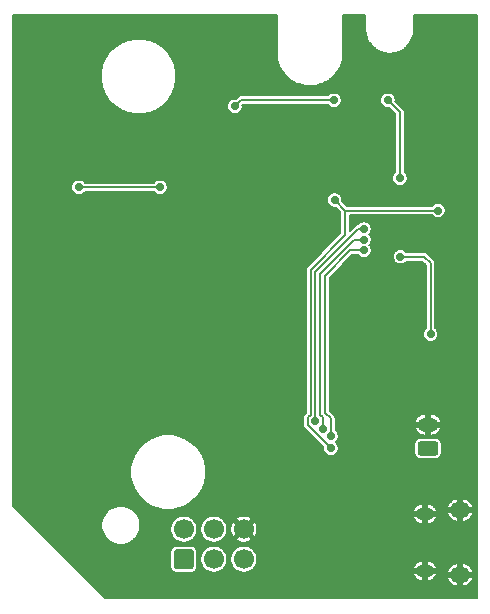
<source format=gbr>
G04 #@! TF.GenerationSoftware,KiCad,Pcbnew,(5.1.8)-1*
G04 #@! TF.CreationDate,2021-05-08T18:02:40-07:00*
G04 #@! TF.ProjectId,wired-sculpt,77697265-642d-4736-9375-6c70742e6b69,rev?*
G04 #@! TF.SameCoordinates,Original*
G04 #@! TF.FileFunction,Copper,L2,Bot*
G04 #@! TF.FilePolarity,Positive*
%FSLAX46Y46*%
G04 Gerber Fmt 4.6, Leading zero omitted, Abs format (unit mm)*
G04 Created by KiCad (PCBNEW (5.1.8)-1) date 2021-05-08 18:02:40*
%MOMM*%
%LPD*%
G01*
G04 APERTURE LIST*
G04 #@! TA.AperFunction,ComponentPad*
%ADD10C,1.700000*%
G04 #@! TD*
G04 #@! TA.AperFunction,ComponentPad*
%ADD11O,1.500000X1.100000*%
G04 #@! TD*
G04 #@! TA.AperFunction,ComponentPad*
%ADD12O,1.700000X1.350000*%
G04 #@! TD*
G04 #@! TA.AperFunction,ComponentPad*
%ADD13O,1.750000X1.200000*%
G04 #@! TD*
G04 #@! TA.AperFunction,ViaPad*
%ADD14C,0.700000*%
G04 #@! TD*
G04 #@! TA.AperFunction,Conductor*
%ADD15C,0.200000*%
G04 #@! TD*
G04 #@! TA.AperFunction,Conductor*
%ADD16C,0.100000*%
G04 #@! TD*
G04 APERTURE END LIST*
G04 #@! TO.P,J3,1*
G04 #@! TO.N,MISO*
G04 #@! TA.AperFunction,ComponentPad*
G36*
G01*
X135428000Y-77230000D02*
X134228000Y-77230000D01*
G75*
G02*
X133978000Y-76980000I0J250000D01*
G01*
X133978000Y-75780000D01*
G75*
G02*
X134228000Y-75530000I250000J0D01*
G01*
X135428000Y-75530000D01*
G75*
G02*
X135678000Y-75780000I0J-250000D01*
G01*
X135678000Y-76980000D01*
G75*
G02*
X135428000Y-77230000I-250000J0D01*
G01*
G37*
G04 #@! TD.AperFunction*
D10*
G04 #@! TO.P,J3,3*
G04 #@! TO.N,SCK*
X137368000Y-76380000D03*
G04 #@! TO.P,J3,5*
G04 #@! TO.N,RST*
X139908000Y-76380000D03*
G04 #@! TO.P,J3,2*
G04 #@! TO.N,VBUS*
X134828000Y-73840000D03*
G04 #@! TO.P,J3,4*
G04 #@! TO.N,MOSI*
X137368000Y-73840000D03*
G04 #@! TO.P,J3,6*
G04 #@! TO.N,GND*
X139908000Y-73840000D03*
G04 #@! TD*
D11*
G04 #@! TO.P,J1,6*
G04 #@! TO.N,GND*
X155230000Y-77380000D03*
X155230000Y-72540000D03*
D12*
X158230000Y-77690000D03*
X158230000Y-72230000D03*
G04 #@! TD*
G04 #@! TO.P,SW2,1*
G04 #@! TO.N,Net-(R10-Pad2)*
G04 #@! TA.AperFunction,ComponentPad*
G36*
G01*
X156125001Y-67600000D02*
X154874999Y-67600000D01*
G75*
G02*
X154625000Y-67350001I0J249999D01*
G01*
X154625000Y-66649999D01*
G75*
G02*
X154874999Y-66400000I249999J0D01*
G01*
X156125001Y-66400000D01*
G75*
G02*
X156375000Y-66649999I0J-249999D01*
G01*
X156375000Y-67350001D01*
G75*
G02*
X156125001Y-67600000I-249999J0D01*
G01*
G37*
G04 #@! TD.AperFunction*
D13*
G04 #@! TO.P,SW2,2*
G04 #@! TO.N,GND*
X155500000Y-65000000D03*
G04 #@! TD*
D14*
G04 #@! TO.N,GND*
X141200000Y-57950000D03*
X149200000Y-57950000D03*
X124668000Y-39042000D03*
X157500000Y-36500000D03*
X154259000Y-37518000D03*
X156672000Y-57330000D03*
X131600000Y-60000000D03*
X145623000Y-42471000D03*
X140797000Y-38153000D03*
X146385000Y-76634000D03*
X140924000Y-72316000D03*
X146004000Y-45963500D03*
X150068000Y-54028000D03*
G04 #@! TO.N,LED*
X153116000Y-44122000D03*
X152100000Y-37518000D03*
G04 #@! TO.N,MISO*
X150068000Y-48417994D03*
X145974000Y-64686338D03*
G04 #@! TO.N,MOSI*
X150068000Y-49317997D03*
X146624000Y-65329603D03*
G04 #@! TO.N,SCK*
X150068000Y-50218000D03*
X147274000Y-65966000D03*
G04 #@! TO.N,RST*
X147591500Y-45963500D03*
X156354500Y-46852500D03*
X147274000Y-66982000D03*
G04 #@! TO.N,-5V*
X139146000Y-38026000D03*
X147528000Y-37518000D03*
G04 #@! TO.N,RED+*
X132796000Y-44884000D03*
X125938000Y-44884000D03*
G04 #@! TO.N,PB0*
X155719500Y-57330000D03*
X153167697Y-50771063D03*
G04 #@! TD*
D15*
G04 #@! TO.N,LED*
X153116000Y-38534000D02*
X152100000Y-37518000D01*
X153116000Y-44122000D02*
X153116000Y-38534000D01*
G04 #@! TO.N,MISO*
X145974000Y-52017020D02*
X145974000Y-64686338D01*
X149573026Y-48417994D02*
X145974000Y-52017020D01*
X150068000Y-48417994D02*
X149573026Y-48417994D01*
G04 #@! TO.N,MOSI*
X150068000Y-49317997D02*
X149573026Y-49317997D01*
X149253503Y-49317997D02*
X146374010Y-52197490D01*
X150068000Y-49317997D02*
X149253503Y-49317997D01*
X146374010Y-64124346D02*
X146624000Y-64374336D01*
X146624000Y-64374336D02*
X146624000Y-65329603D01*
X146374010Y-52197490D02*
X146374010Y-64124346D01*
G04 #@! TO.N,SCK*
X150068000Y-50218000D02*
X148919198Y-50218000D01*
X148919198Y-50218000D02*
X146774020Y-52363178D01*
X147274000Y-64458638D02*
X147274000Y-65966000D01*
X146774020Y-63958658D02*
X147274000Y-64458638D01*
X146774020Y-52363178D02*
X146774020Y-63958658D01*
G04 #@! TO.N,RST*
X148480500Y-46852500D02*
X156354500Y-46852500D01*
X147591500Y-45963500D02*
X148480500Y-46852500D01*
X145323999Y-65031999D02*
X147274000Y-66982000D01*
X145323999Y-64374337D02*
X145323999Y-65031999D01*
X145573990Y-64124346D02*
X145323999Y-64374337D01*
X145573990Y-51851331D02*
X145573990Y-64124346D01*
X148480500Y-48944822D02*
X145573990Y-51851331D01*
X148480500Y-46852500D02*
X148480500Y-48944822D01*
G04 #@! TO.N,-5V*
X147512999Y-37502999D02*
X147528000Y-37518000D01*
X139669001Y-37502999D02*
X147512999Y-37502999D01*
X139146000Y-38026000D02*
X139669001Y-37502999D01*
G04 #@! TO.N,RED+*
X132796000Y-44884000D02*
X125938000Y-44884000D01*
G04 #@! TO.N,PB0*
X155719500Y-57330000D02*
X155719500Y-51297500D01*
X155193063Y-50771063D02*
X153167697Y-50771063D01*
X155719500Y-51297500D02*
X155193063Y-50771063D01*
G04 #@! TD*
G04 #@! TO.N,GND*
X142675001Y-33515961D02*
X142675112Y-33517083D01*
X142675252Y-33537177D01*
X142676795Y-33551856D01*
X142676795Y-33566619D01*
X142677269Y-33571132D01*
X142731656Y-34056006D01*
X142737781Y-34084821D01*
X142743502Y-34113714D01*
X142744844Y-34118049D01*
X142892375Y-34583125D01*
X142903977Y-34610194D01*
X142915204Y-34637432D01*
X142917362Y-34641425D01*
X143152416Y-35068987D01*
X143169048Y-35093278D01*
X143185359Y-35117827D01*
X143188252Y-35121324D01*
X143501878Y-35495088D01*
X143522917Y-35515691D01*
X143543679Y-35536598D01*
X143547196Y-35539467D01*
X143927446Y-35845196D01*
X143952098Y-35861328D01*
X143976514Y-35877796D01*
X143980521Y-35879927D01*
X144412913Y-36105976D01*
X144440236Y-36117015D01*
X144467379Y-36128425D01*
X144471723Y-36129737D01*
X144939786Y-36267495D01*
X144968713Y-36273013D01*
X144997575Y-36278937D01*
X145002091Y-36279380D01*
X145487997Y-36323601D01*
X145517419Y-36323396D01*
X145546908Y-36323601D01*
X145551425Y-36323159D01*
X146036667Y-36272158D01*
X146065541Y-36266231D01*
X146094455Y-36260715D01*
X146098800Y-36259404D01*
X146564894Y-36115124D01*
X146592069Y-36103700D01*
X146619360Y-36092674D01*
X146623367Y-36090544D01*
X147052560Y-35858480D01*
X147076987Y-35842003D01*
X147101628Y-35825879D01*
X147105144Y-35823011D01*
X147481090Y-35512003D01*
X147501855Y-35491092D01*
X147522891Y-35470492D01*
X147525784Y-35466995D01*
X147834160Y-35088888D01*
X147850455Y-35064361D01*
X147867102Y-35040049D01*
X147869261Y-35036057D01*
X148098323Y-34605254D01*
X148109538Y-34578044D01*
X148121152Y-34550947D01*
X148122494Y-34546611D01*
X148263517Y-34079522D01*
X148269239Y-34050624D01*
X148275362Y-34021814D01*
X148275837Y-34017300D01*
X148323449Y-33531714D01*
X148323449Y-33531708D01*
X148325000Y-33515961D01*
X148325000Y-30325000D01*
X150175001Y-30325000D01*
X150175000Y-31515960D01*
X150175112Y-31517094D01*
X150175179Y-31526709D01*
X150176722Y-31541385D01*
X150176722Y-31556148D01*
X150177196Y-31560661D01*
X150215267Y-31900072D01*
X150221392Y-31928887D01*
X150227113Y-31957780D01*
X150228455Y-31962115D01*
X150331726Y-32287668D01*
X150343329Y-32314740D01*
X150354555Y-32341976D01*
X150356713Y-32345968D01*
X150521251Y-32645262D01*
X150537880Y-32669547D01*
X150554194Y-32694101D01*
X150557087Y-32697598D01*
X150776624Y-32959233D01*
X150797683Y-32979855D01*
X150818426Y-33000743D01*
X150821942Y-33003611D01*
X151088117Y-33217622D01*
X151112768Y-33233753D01*
X151137186Y-33250223D01*
X151141193Y-33252354D01*
X151443867Y-33410588D01*
X151471190Y-33421627D01*
X151498333Y-33433037D01*
X151502677Y-33434349D01*
X151830322Y-33530780D01*
X151859257Y-33536299D01*
X151888112Y-33542222D01*
X151892628Y-33542665D01*
X152232762Y-33573620D01*
X152262222Y-33573414D01*
X152291672Y-33573619D01*
X152296188Y-33573177D01*
X152635857Y-33537477D01*
X152664718Y-33531552D01*
X152693646Y-33526034D01*
X152697991Y-33524723D01*
X153024257Y-33423727D01*
X153051432Y-33412303D01*
X153078723Y-33401277D01*
X153082730Y-33399147D01*
X153383166Y-33236702D01*
X153407578Y-33220235D01*
X153432234Y-33204101D01*
X153435751Y-33201233D01*
X153698912Y-32983527D01*
X153719677Y-32962616D01*
X153740713Y-32942016D01*
X153743606Y-32938519D01*
X153959469Y-32673844D01*
X153975768Y-32649313D01*
X153992411Y-32625006D01*
X153994570Y-32621014D01*
X154154914Y-32319452D01*
X154166133Y-32292230D01*
X154177743Y-32265143D01*
X154179085Y-32260808D01*
X154277801Y-31933845D01*
X154283524Y-31904940D01*
X154289646Y-31876137D01*
X154290121Y-31871624D01*
X154323449Y-31531714D01*
X154323449Y-31531708D01*
X154325000Y-31515961D01*
X154325000Y-30325000D01*
X159650000Y-30325000D01*
X159650001Y-79675000D01*
X128134619Y-79675000D01*
X126118655Y-77659036D01*
X154227106Y-77659036D01*
X154275019Y-77783109D01*
X154368168Y-77922653D01*
X154486751Y-78041343D01*
X154626211Y-78134618D01*
X154781188Y-78198894D01*
X154945727Y-78231700D01*
X155080000Y-78159397D01*
X155080000Y-77530000D01*
X155380000Y-77530000D01*
X155380000Y-78159397D01*
X155514273Y-78231700D01*
X155678812Y-78198894D01*
X155833789Y-78134618D01*
X155973249Y-78041343D01*
X156025683Y-77988861D01*
X157126934Y-77988861D01*
X157178284Y-78121700D01*
X157279350Y-78284444D01*
X157410224Y-78424344D01*
X157565877Y-78536023D01*
X157740326Y-78615190D01*
X157926868Y-78658803D01*
X158080000Y-78591920D01*
X158080000Y-77840000D01*
X158380000Y-77840000D01*
X158380000Y-78591920D01*
X158533132Y-78658803D01*
X158719674Y-78615190D01*
X158894123Y-78536023D01*
X159049776Y-78424344D01*
X159180650Y-78284444D01*
X159281716Y-78121700D01*
X159333066Y-77988861D01*
X159292412Y-77840000D01*
X158380000Y-77840000D01*
X158080000Y-77840000D01*
X157167588Y-77840000D01*
X157126934Y-77988861D01*
X156025683Y-77988861D01*
X156091832Y-77922653D01*
X156184981Y-77783109D01*
X156232894Y-77659036D01*
X156190345Y-77530000D01*
X155380000Y-77530000D01*
X155080000Y-77530000D01*
X154269655Y-77530000D01*
X154227106Y-77659036D01*
X126118655Y-77659036D01*
X124239619Y-75780000D01*
X133676549Y-75780000D01*
X133676549Y-76980000D01*
X133687145Y-77087583D01*
X133718526Y-77191031D01*
X133769485Y-77286370D01*
X133838065Y-77369935D01*
X133921630Y-77438515D01*
X134016969Y-77489474D01*
X134120417Y-77520855D01*
X134228000Y-77531451D01*
X135428000Y-77531451D01*
X135535583Y-77520855D01*
X135639031Y-77489474D01*
X135734370Y-77438515D01*
X135817935Y-77369935D01*
X135886515Y-77286370D01*
X135937474Y-77191031D01*
X135968855Y-77087583D01*
X135979451Y-76980000D01*
X135979451Y-76266735D01*
X136218000Y-76266735D01*
X136218000Y-76493265D01*
X136262194Y-76715443D01*
X136348884Y-76924729D01*
X136474737Y-77113082D01*
X136634918Y-77273263D01*
X136823271Y-77399116D01*
X137032557Y-77485806D01*
X137254735Y-77530000D01*
X137481265Y-77530000D01*
X137703443Y-77485806D01*
X137912729Y-77399116D01*
X138101082Y-77273263D01*
X138261263Y-77113082D01*
X138387116Y-76924729D01*
X138473806Y-76715443D01*
X138518000Y-76493265D01*
X138518000Y-76266735D01*
X138758000Y-76266735D01*
X138758000Y-76493265D01*
X138802194Y-76715443D01*
X138888884Y-76924729D01*
X139014737Y-77113082D01*
X139174918Y-77273263D01*
X139363271Y-77399116D01*
X139572557Y-77485806D01*
X139794735Y-77530000D01*
X140021265Y-77530000D01*
X140243443Y-77485806D01*
X140452729Y-77399116D01*
X140464667Y-77391139D01*
X157126934Y-77391139D01*
X157167588Y-77540000D01*
X158080000Y-77540000D01*
X158080000Y-76788080D01*
X158380000Y-76788080D01*
X158380000Y-77540000D01*
X159292412Y-77540000D01*
X159333066Y-77391139D01*
X159281716Y-77258300D01*
X159180650Y-77095556D01*
X159049776Y-76955656D01*
X158894123Y-76843977D01*
X158719674Y-76764810D01*
X158533132Y-76721197D01*
X158380000Y-76788080D01*
X158080000Y-76788080D01*
X157926868Y-76721197D01*
X157740326Y-76764810D01*
X157565877Y-76843977D01*
X157410224Y-76955656D01*
X157279350Y-77095556D01*
X157178284Y-77258300D01*
X157126934Y-77391139D01*
X140464667Y-77391139D01*
X140641082Y-77273263D01*
X140801263Y-77113082D01*
X140809359Y-77100964D01*
X154227106Y-77100964D01*
X154269655Y-77230000D01*
X155080000Y-77230000D01*
X155080000Y-76600603D01*
X155380000Y-76600603D01*
X155380000Y-77230000D01*
X156190345Y-77230000D01*
X156232894Y-77100964D01*
X156184981Y-76976891D01*
X156091832Y-76837347D01*
X155973249Y-76718657D01*
X155833789Y-76625382D01*
X155678812Y-76561106D01*
X155514273Y-76528300D01*
X155380000Y-76600603D01*
X155080000Y-76600603D01*
X154945727Y-76528300D01*
X154781188Y-76561106D01*
X154626211Y-76625382D01*
X154486751Y-76718657D01*
X154368168Y-76837347D01*
X154275019Y-76976891D01*
X154227106Y-77100964D01*
X140809359Y-77100964D01*
X140927116Y-76924729D01*
X141013806Y-76715443D01*
X141058000Y-76493265D01*
X141058000Y-76266735D01*
X141013806Y-76044557D01*
X140927116Y-75835271D01*
X140801263Y-75646918D01*
X140641082Y-75486737D01*
X140452729Y-75360884D01*
X140243443Y-75274194D01*
X140021265Y-75230000D01*
X139794735Y-75230000D01*
X139572557Y-75274194D01*
X139363271Y-75360884D01*
X139174918Y-75486737D01*
X139014737Y-75646918D01*
X138888884Y-75835271D01*
X138802194Y-76044557D01*
X138758000Y-76266735D01*
X138518000Y-76266735D01*
X138473806Y-76044557D01*
X138387116Y-75835271D01*
X138261263Y-75646918D01*
X138101082Y-75486737D01*
X137912729Y-75360884D01*
X137703443Y-75274194D01*
X137481265Y-75230000D01*
X137254735Y-75230000D01*
X137032557Y-75274194D01*
X136823271Y-75360884D01*
X136634918Y-75486737D01*
X136474737Y-75646918D01*
X136348884Y-75835271D01*
X136262194Y-76044557D01*
X136218000Y-76266735D01*
X135979451Y-76266735D01*
X135979451Y-75780000D01*
X135968855Y-75672417D01*
X135937474Y-75568969D01*
X135886515Y-75473630D01*
X135817935Y-75390065D01*
X135734370Y-75321485D01*
X135639031Y-75270526D01*
X135535583Y-75239145D01*
X135428000Y-75228549D01*
X134228000Y-75228549D01*
X134120417Y-75239145D01*
X134016969Y-75270526D01*
X133921630Y-75321485D01*
X133838065Y-75390065D01*
X133769485Y-75473630D01*
X133718526Y-75568969D01*
X133687145Y-75672417D01*
X133676549Y-75780000D01*
X124239619Y-75780000D01*
X121797108Y-73337489D01*
X127850000Y-73337489D01*
X127850000Y-73662511D01*
X127913408Y-73981287D01*
X128037789Y-74281568D01*
X128218361Y-74551814D01*
X128448186Y-74781639D01*
X128718432Y-74962211D01*
X129018713Y-75086592D01*
X129337489Y-75150000D01*
X129662511Y-75150000D01*
X129981287Y-75086592D01*
X130281568Y-74962211D01*
X130551814Y-74781639D01*
X130781639Y-74551814D01*
X130962211Y-74281568D01*
X131086592Y-73981287D01*
X131137225Y-73726735D01*
X133678000Y-73726735D01*
X133678000Y-73953265D01*
X133722194Y-74175443D01*
X133808884Y-74384729D01*
X133934737Y-74573082D01*
X134094918Y-74733263D01*
X134283271Y-74859116D01*
X134492557Y-74945806D01*
X134714735Y-74990000D01*
X134941265Y-74990000D01*
X135163443Y-74945806D01*
X135372729Y-74859116D01*
X135561082Y-74733263D01*
X135721263Y-74573082D01*
X135847116Y-74384729D01*
X135933806Y-74175443D01*
X135978000Y-73953265D01*
X135978000Y-73726735D01*
X136218000Y-73726735D01*
X136218000Y-73953265D01*
X136262194Y-74175443D01*
X136348884Y-74384729D01*
X136474737Y-74573082D01*
X136634918Y-74733263D01*
X136823271Y-74859116D01*
X137032557Y-74945806D01*
X137254735Y-74990000D01*
X137481265Y-74990000D01*
X137703443Y-74945806D01*
X137912729Y-74859116D01*
X138101082Y-74733263D01*
X138131603Y-74702742D01*
X139257390Y-74702742D01*
X139355876Y-74855129D01*
X139564526Y-74943338D01*
X139786377Y-74989145D01*
X140012901Y-74990792D01*
X140235393Y-74948215D01*
X140445305Y-74863049D01*
X140460124Y-74855129D01*
X140558610Y-74702742D01*
X139908000Y-74052132D01*
X139257390Y-74702742D01*
X138131603Y-74702742D01*
X138261263Y-74573082D01*
X138387116Y-74384729D01*
X138473806Y-74175443D01*
X138518000Y-73953265D01*
X138518000Y-73944901D01*
X138757208Y-73944901D01*
X138799785Y-74167393D01*
X138884951Y-74377305D01*
X138892871Y-74392124D01*
X139045258Y-74490610D01*
X139695868Y-73840000D01*
X140120132Y-73840000D01*
X140770742Y-74490610D01*
X140923129Y-74392124D01*
X141011338Y-74183474D01*
X141057145Y-73961623D01*
X141058792Y-73735099D01*
X141016215Y-73512607D01*
X140931049Y-73302695D01*
X140923129Y-73287876D01*
X140770742Y-73189390D01*
X140120132Y-73840000D01*
X139695868Y-73840000D01*
X139045258Y-73189390D01*
X138892871Y-73287876D01*
X138804662Y-73496526D01*
X138758855Y-73718377D01*
X138757208Y-73944901D01*
X138518000Y-73944901D01*
X138518000Y-73726735D01*
X138473806Y-73504557D01*
X138387116Y-73295271D01*
X138261263Y-73106918D01*
X138131603Y-72977258D01*
X139257390Y-72977258D01*
X139908000Y-73627868D01*
X140558610Y-72977258D01*
X140460124Y-72824871D01*
X140446322Y-72819036D01*
X154227106Y-72819036D01*
X154275019Y-72943109D01*
X154368168Y-73082653D01*
X154486751Y-73201343D01*
X154626211Y-73294618D01*
X154781188Y-73358894D01*
X154945727Y-73391700D01*
X155080000Y-73319397D01*
X155080000Y-72690000D01*
X155380000Y-72690000D01*
X155380000Y-73319397D01*
X155514273Y-73391700D01*
X155678812Y-73358894D01*
X155833789Y-73294618D01*
X155973249Y-73201343D01*
X156091832Y-73082653D01*
X156184981Y-72943109D01*
X156232894Y-72819036D01*
X156190345Y-72690000D01*
X155380000Y-72690000D01*
X155080000Y-72690000D01*
X154269655Y-72690000D01*
X154227106Y-72819036D01*
X140446322Y-72819036D01*
X140251474Y-72736662D01*
X140029623Y-72690855D01*
X139803099Y-72689208D01*
X139580607Y-72731785D01*
X139370695Y-72816951D01*
X139355876Y-72824871D01*
X139257390Y-72977258D01*
X138131603Y-72977258D01*
X138101082Y-72946737D01*
X137912729Y-72820884D01*
X137703443Y-72734194D01*
X137481265Y-72690000D01*
X137254735Y-72690000D01*
X137032557Y-72734194D01*
X136823271Y-72820884D01*
X136634918Y-72946737D01*
X136474737Y-73106918D01*
X136348884Y-73295271D01*
X136262194Y-73504557D01*
X136218000Y-73726735D01*
X135978000Y-73726735D01*
X135933806Y-73504557D01*
X135847116Y-73295271D01*
X135721263Y-73106918D01*
X135561082Y-72946737D01*
X135372729Y-72820884D01*
X135163443Y-72734194D01*
X134941265Y-72690000D01*
X134714735Y-72690000D01*
X134492557Y-72734194D01*
X134283271Y-72820884D01*
X134094918Y-72946737D01*
X133934737Y-73106918D01*
X133808884Y-73295271D01*
X133722194Y-73504557D01*
X133678000Y-73726735D01*
X131137225Y-73726735D01*
X131150000Y-73662511D01*
X131150000Y-73337489D01*
X131086592Y-73018713D01*
X130962211Y-72718432D01*
X130835545Y-72528861D01*
X157126934Y-72528861D01*
X157178284Y-72661700D01*
X157279350Y-72824444D01*
X157410224Y-72964344D01*
X157565877Y-73076023D01*
X157740326Y-73155190D01*
X157926868Y-73198803D01*
X158080000Y-73131920D01*
X158080000Y-72380000D01*
X158380000Y-72380000D01*
X158380000Y-73131920D01*
X158533132Y-73198803D01*
X158719674Y-73155190D01*
X158894123Y-73076023D01*
X159049776Y-72964344D01*
X159180650Y-72824444D01*
X159281716Y-72661700D01*
X159333066Y-72528861D01*
X159292412Y-72380000D01*
X158380000Y-72380000D01*
X158080000Y-72380000D01*
X157167588Y-72380000D01*
X157126934Y-72528861D01*
X130835545Y-72528861D01*
X130781639Y-72448186D01*
X130594417Y-72260964D01*
X154227106Y-72260964D01*
X154269655Y-72390000D01*
X155080000Y-72390000D01*
X155080000Y-71760603D01*
X155380000Y-71760603D01*
X155380000Y-72390000D01*
X156190345Y-72390000D01*
X156232894Y-72260964D01*
X156184981Y-72136891D01*
X156091832Y-71997347D01*
X156025684Y-71931139D01*
X157126934Y-71931139D01*
X157167588Y-72080000D01*
X158080000Y-72080000D01*
X158080000Y-71328080D01*
X158380000Y-71328080D01*
X158380000Y-72080000D01*
X159292412Y-72080000D01*
X159333066Y-71931139D01*
X159281716Y-71798300D01*
X159180650Y-71635556D01*
X159049776Y-71495656D01*
X158894123Y-71383977D01*
X158719674Y-71304810D01*
X158533132Y-71261197D01*
X158380000Y-71328080D01*
X158080000Y-71328080D01*
X157926868Y-71261197D01*
X157740326Y-71304810D01*
X157565877Y-71383977D01*
X157410224Y-71495656D01*
X157279350Y-71635556D01*
X157178284Y-71798300D01*
X157126934Y-71931139D01*
X156025684Y-71931139D01*
X155973249Y-71878657D01*
X155833789Y-71785382D01*
X155678812Y-71721106D01*
X155514273Y-71688300D01*
X155380000Y-71760603D01*
X155080000Y-71760603D01*
X154945727Y-71688300D01*
X154781188Y-71721106D01*
X154626211Y-71785382D01*
X154486751Y-71878657D01*
X154368168Y-71997347D01*
X154275019Y-72136891D01*
X154227106Y-72260964D01*
X130594417Y-72260964D01*
X130551814Y-72218361D01*
X130281568Y-72037789D01*
X129981287Y-71913408D01*
X129662511Y-71850000D01*
X129337489Y-71850000D01*
X129018713Y-71913408D01*
X128718432Y-72037789D01*
X128448186Y-72218361D01*
X128218361Y-72448186D01*
X128037789Y-72718432D01*
X127913408Y-73018713D01*
X127850000Y-73337489D01*
X121797108Y-73337489D01*
X120350000Y-71890382D01*
X120350000Y-68684828D01*
X130300000Y-68684828D01*
X130300000Y-69315172D01*
X130422975Y-69933405D01*
X130664197Y-70515768D01*
X131014398Y-71039881D01*
X131460119Y-71485602D01*
X131984232Y-71835803D01*
X132566595Y-72077025D01*
X133184828Y-72200000D01*
X133815172Y-72200000D01*
X134433405Y-72077025D01*
X135015768Y-71835803D01*
X135539881Y-71485602D01*
X135985602Y-71039881D01*
X136335803Y-70515768D01*
X136577025Y-69933405D01*
X136700000Y-69315172D01*
X136700000Y-68684828D01*
X136577025Y-68066595D01*
X136335803Y-67484232D01*
X135985602Y-66960119D01*
X135539881Y-66514398D01*
X135015768Y-66164197D01*
X134433405Y-65922975D01*
X133815172Y-65800000D01*
X133184828Y-65800000D01*
X132566595Y-65922975D01*
X131984232Y-66164197D01*
X131460119Y-66514398D01*
X131014398Y-66960119D01*
X130664197Y-67484232D01*
X130422975Y-68066595D01*
X130300000Y-68684828D01*
X120350000Y-68684828D01*
X120350000Y-64374337D01*
X144922064Y-64374337D01*
X144923999Y-64393984D01*
X144924000Y-65012343D01*
X144922064Y-65031999D01*
X144929787Y-65110412D01*
X144952660Y-65185813D01*
X144989802Y-65255301D01*
X145027264Y-65300949D01*
X145027267Y-65300952D01*
X145039789Y-65316210D01*
X145055047Y-65328732D01*
X146627367Y-66901053D01*
X146624000Y-66917981D01*
X146624000Y-67046019D01*
X146648979Y-67171598D01*
X146697978Y-67289890D01*
X146769112Y-67396351D01*
X146859649Y-67486888D01*
X146966110Y-67558022D01*
X147084402Y-67607021D01*
X147209981Y-67632000D01*
X147338019Y-67632000D01*
X147463598Y-67607021D01*
X147581890Y-67558022D01*
X147688351Y-67486888D01*
X147778888Y-67396351D01*
X147850022Y-67289890D01*
X147899021Y-67171598D01*
X147924000Y-67046019D01*
X147924000Y-66917981D01*
X147899021Y-66792402D01*
X147850022Y-66674110D01*
X147833912Y-66649999D01*
X154323549Y-66649999D01*
X154323549Y-67350001D01*
X154334145Y-67457584D01*
X154365526Y-67561032D01*
X154416485Y-67656370D01*
X154485065Y-67739935D01*
X154568630Y-67808515D01*
X154663968Y-67859474D01*
X154767416Y-67890855D01*
X154874999Y-67901451D01*
X156125001Y-67901451D01*
X156232584Y-67890855D01*
X156336032Y-67859474D01*
X156431370Y-67808515D01*
X156514935Y-67739935D01*
X156583515Y-67656370D01*
X156634474Y-67561032D01*
X156665855Y-67457584D01*
X156676451Y-67350001D01*
X156676451Y-66649999D01*
X156665855Y-66542416D01*
X156634474Y-66438968D01*
X156583515Y-66343630D01*
X156514935Y-66260065D01*
X156431370Y-66191485D01*
X156336032Y-66140526D01*
X156232584Y-66109145D01*
X156125001Y-66098549D01*
X154874999Y-66098549D01*
X154767416Y-66109145D01*
X154663968Y-66140526D01*
X154568630Y-66191485D01*
X154485065Y-66260065D01*
X154416485Y-66343630D01*
X154365526Y-66438968D01*
X154334145Y-66542416D01*
X154323549Y-66649999D01*
X147833912Y-66649999D01*
X147778888Y-66567649D01*
X147688351Y-66477112D01*
X147683693Y-66474000D01*
X147688351Y-66470888D01*
X147778888Y-66380351D01*
X147850022Y-66273890D01*
X147899021Y-66155598D01*
X147924000Y-66030019D01*
X147924000Y-65901981D01*
X147899021Y-65776402D01*
X147850022Y-65658110D01*
X147778888Y-65551649D01*
X147688351Y-65461112D01*
X147674000Y-65451523D01*
X147674000Y-65286975D01*
X154371979Y-65286975D01*
X154450606Y-65494644D01*
X154561986Y-65636216D01*
X154698845Y-65753339D01*
X154855924Y-65841512D01*
X155027187Y-65897346D01*
X155206051Y-65918695D01*
X155350000Y-65835349D01*
X155350000Y-65150000D01*
X155650000Y-65150000D01*
X155650000Y-65835349D01*
X155793949Y-65918695D01*
X155972813Y-65897346D01*
X156144076Y-65841512D01*
X156301155Y-65753339D01*
X156438014Y-65636216D01*
X156549394Y-65494644D01*
X156628021Y-65286975D01*
X156586249Y-65150000D01*
X155650000Y-65150000D01*
X155350000Y-65150000D01*
X154413751Y-65150000D01*
X154371979Y-65286975D01*
X147674000Y-65286975D01*
X147674000Y-64713025D01*
X154371979Y-64713025D01*
X154413751Y-64850000D01*
X155350000Y-64850000D01*
X155350000Y-64164651D01*
X155650000Y-64164651D01*
X155650000Y-64850000D01*
X156586249Y-64850000D01*
X156628021Y-64713025D01*
X156549394Y-64505356D01*
X156438014Y-64363784D01*
X156301155Y-64246661D01*
X156144076Y-64158488D01*
X155972813Y-64102654D01*
X155793949Y-64081305D01*
X155650000Y-64164651D01*
X155350000Y-64164651D01*
X155206051Y-64081305D01*
X155027187Y-64102654D01*
X154855924Y-64158488D01*
X154698845Y-64246661D01*
X154561986Y-64363784D01*
X154450606Y-64505356D01*
X154371979Y-64713025D01*
X147674000Y-64713025D01*
X147674000Y-64478273D01*
X147675934Y-64458637D01*
X147674000Y-64439001D01*
X147674000Y-64438991D01*
X147668212Y-64380224D01*
X147645340Y-64304824D01*
X147608197Y-64235335D01*
X147558211Y-64174427D01*
X147542949Y-64161902D01*
X147174020Y-63792973D01*
X147174020Y-52528863D01*
X149084884Y-50618000D01*
X149553523Y-50618000D01*
X149563112Y-50632351D01*
X149653649Y-50722888D01*
X149760110Y-50794022D01*
X149878402Y-50843021D01*
X150003981Y-50868000D01*
X150132019Y-50868000D01*
X150257598Y-50843021D01*
X150375890Y-50794022D01*
X150482351Y-50722888D01*
X150498195Y-50707044D01*
X152517697Y-50707044D01*
X152517697Y-50835082D01*
X152542676Y-50960661D01*
X152591675Y-51078953D01*
X152662809Y-51185414D01*
X152753346Y-51275951D01*
X152859807Y-51347085D01*
X152978099Y-51396084D01*
X153103678Y-51421063D01*
X153231716Y-51421063D01*
X153357295Y-51396084D01*
X153475587Y-51347085D01*
X153582048Y-51275951D01*
X153672585Y-51185414D01*
X153682174Y-51171063D01*
X155027378Y-51171063D01*
X155319501Y-51463186D01*
X155319500Y-56815523D01*
X155305149Y-56825112D01*
X155214612Y-56915649D01*
X155143478Y-57022110D01*
X155094479Y-57140402D01*
X155069500Y-57265981D01*
X155069500Y-57394019D01*
X155094479Y-57519598D01*
X155143478Y-57637890D01*
X155214612Y-57744351D01*
X155305149Y-57834888D01*
X155411610Y-57906022D01*
X155529902Y-57955021D01*
X155655481Y-57980000D01*
X155783519Y-57980000D01*
X155909098Y-57955021D01*
X156027390Y-57906022D01*
X156133851Y-57834888D01*
X156224388Y-57744351D01*
X156295522Y-57637890D01*
X156344521Y-57519598D01*
X156369500Y-57394019D01*
X156369500Y-57265981D01*
X156344521Y-57140402D01*
X156295522Y-57022110D01*
X156224388Y-56915649D01*
X156133851Y-56825112D01*
X156119500Y-56815523D01*
X156119500Y-51317135D01*
X156121434Y-51297499D01*
X156119500Y-51277863D01*
X156119500Y-51277853D01*
X156113712Y-51219086D01*
X156090840Y-51143686D01*
X156053697Y-51074197D01*
X156003711Y-51013289D01*
X155988448Y-51000763D01*
X155489800Y-50502115D01*
X155477274Y-50486852D01*
X155416366Y-50436866D01*
X155346877Y-50399723D01*
X155271477Y-50376851D01*
X155212710Y-50371063D01*
X155212709Y-50371063D01*
X155193063Y-50369128D01*
X155173417Y-50371063D01*
X153682174Y-50371063D01*
X153672585Y-50356712D01*
X153582048Y-50266175D01*
X153475587Y-50195041D01*
X153357295Y-50146042D01*
X153231716Y-50121063D01*
X153103678Y-50121063D01*
X152978099Y-50146042D01*
X152859807Y-50195041D01*
X152753346Y-50266175D01*
X152662809Y-50356712D01*
X152591675Y-50463173D01*
X152542676Y-50581465D01*
X152517697Y-50707044D01*
X150498195Y-50707044D01*
X150572888Y-50632351D01*
X150644022Y-50525890D01*
X150693021Y-50407598D01*
X150718000Y-50282019D01*
X150718000Y-50153981D01*
X150693021Y-50028402D01*
X150644022Y-49910110D01*
X150572888Y-49803649D01*
X150537238Y-49767999D01*
X150572888Y-49732348D01*
X150644022Y-49625887D01*
X150693021Y-49507595D01*
X150718000Y-49382016D01*
X150718000Y-49253978D01*
X150693021Y-49128399D01*
X150644022Y-49010107D01*
X150572888Y-48903646D01*
X150537238Y-48867996D01*
X150572888Y-48832345D01*
X150644022Y-48725884D01*
X150693021Y-48607592D01*
X150718000Y-48482013D01*
X150718000Y-48353975D01*
X150693021Y-48228396D01*
X150644022Y-48110104D01*
X150572888Y-48003643D01*
X150482351Y-47913106D01*
X150375890Y-47841972D01*
X150257598Y-47792973D01*
X150132019Y-47767994D01*
X150003981Y-47767994D01*
X149878402Y-47792973D01*
X149760110Y-47841972D01*
X149653649Y-47913106D01*
X149563112Y-48003643D01*
X149553533Y-48017980D01*
X149553389Y-48017994D01*
X149553379Y-48017994D01*
X149494612Y-48023782D01*
X149419212Y-48046654D01*
X149349723Y-48083797D01*
X149288815Y-48133783D01*
X149276289Y-48149046D01*
X148880500Y-48544835D01*
X148880500Y-47252500D01*
X155840023Y-47252500D01*
X155849612Y-47266851D01*
X155940149Y-47357388D01*
X156046610Y-47428522D01*
X156164902Y-47477521D01*
X156290481Y-47502500D01*
X156418519Y-47502500D01*
X156544098Y-47477521D01*
X156662390Y-47428522D01*
X156768851Y-47357388D01*
X156859388Y-47266851D01*
X156930522Y-47160390D01*
X156979521Y-47042098D01*
X157004500Y-46916519D01*
X157004500Y-46788481D01*
X156979521Y-46662902D01*
X156930522Y-46544610D01*
X156859388Y-46438149D01*
X156768851Y-46347612D01*
X156662390Y-46276478D01*
X156544098Y-46227479D01*
X156418519Y-46202500D01*
X156290481Y-46202500D01*
X156164902Y-46227479D01*
X156046610Y-46276478D01*
X155940149Y-46347612D01*
X155849612Y-46438149D01*
X155840023Y-46452500D01*
X148646186Y-46452500D01*
X148238133Y-46044447D01*
X148241500Y-46027519D01*
X148241500Y-45899481D01*
X148216521Y-45773902D01*
X148167522Y-45655610D01*
X148096388Y-45549149D01*
X148005851Y-45458612D01*
X147899390Y-45387478D01*
X147781098Y-45338479D01*
X147655519Y-45313500D01*
X147527481Y-45313500D01*
X147401902Y-45338479D01*
X147283610Y-45387478D01*
X147177149Y-45458612D01*
X147086612Y-45549149D01*
X147015478Y-45655610D01*
X146966479Y-45773902D01*
X146941500Y-45899481D01*
X146941500Y-46027519D01*
X146966479Y-46153098D01*
X147015478Y-46271390D01*
X147086612Y-46377851D01*
X147177149Y-46468388D01*
X147283610Y-46539522D01*
X147401902Y-46588521D01*
X147527481Y-46613500D01*
X147655519Y-46613500D01*
X147672447Y-46610133D01*
X148080500Y-47018186D01*
X148080501Y-48779135D01*
X145305042Y-51554594D01*
X145289779Y-51567120D01*
X145239793Y-51628029D01*
X145202650Y-51697518D01*
X145179778Y-51772917D01*
X145179778Y-51772918D01*
X145172055Y-51851331D01*
X145173990Y-51870977D01*
X145173991Y-63958661D01*
X145055052Y-64077599D01*
X145039788Y-64090126D01*
X144989802Y-64151035D01*
X144952659Y-64220524D01*
X144948166Y-64235336D01*
X144929787Y-64295924D01*
X144922064Y-64374337D01*
X120350000Y-64374337D01*
X120350000Y-44819981D01*
X125288000Y-44819981D01*
X125288000Y-44948019D01*
X125312979Y-45073598D01*
X125361978Y-45191890D01*
X125433112Y-45298351D01*
X125523649Y-45388888D01*
X125630110Y-45460022D01*
X125748402Y-45509021D01*
X125873981Y-45534000D01*
X126002019Y-45534000D01*
X126127598Y-45509021D01*
X126245890Y-45460022D01*
X126352351Y-45388888D01*
X126442888Y-45298351D01*
X126452477Y-45284000D01*
X132281523Y-45284000D01*
X132291112Y-45298351D01*
X132381649Y-45388888D01*
X132488110Y-45460022D01*
X132606402Y-45509021D01*
X132731981Y-45534000D01*
X132860019Y-45534000D01*
X132985598Y-45509021D01*
X133103890Y-45460022D01*
X133210351Y-45388888D01*
X133300888Y-45298351D01*
X133372022Y-45191890D01*
X133421021Y-45073598D01*
X133446000Y-44948019D01*
X133446000Y-44819981D01*
X133421021Y-44694402D01*
X133372022Y-44576110D01*
X133300888Y-44469649D01*
X133210351Y-44379112D01*
X133103890Y-44307978D01*
X132985598Y-44258979D01*
X132860019Y-44234000D01*
X132731981Y-44234000D01*
X132606402Y-44258979D01*
X132488110Y-44307978D01*
X132381649Y-44379112D01*
X132291112Y-44469649D01*
X132281523Y-44484000D01*
X126452477Y-44484000D01*
X126442888Y-44469649D01*
X126352351Y-44379112D01*
X126245890Y-44307978D01*
X126127598Y-44258979D01*
X126002019Y-44234000D01*
X125873981Y-44234000D01*
X125748402Y-44258979D01*
X125630110Y-44307978D01*
X125523649Y-44379112D01*
X125433112Y-44469649D01*
X125361978Y-44576110D01*
X125312979Y-44694402D01*
X125288000Y-44819981D01*
X120350000Y-44819981D01*
X120350000Y-35184828D01*
X127800000Y-35184828D01*
X127800000Y-35815172D01*
X127922975Y-36433405D01*
X128164197Y-37015768D01*
X128514398Y-37539881D01*
X128960119Y-37985602D01*
X129484232Y-38335803D01*
X130066595Y-38577025D01*
X130684828Y-38700000D01*
X131315172Y-38700000D01*
X131933405Y-38577025D01*
X132515768Y-38335803D01*
X133039881Y-37985602D01*
X133063502Y-37961981D01*
X138496000Y-37961981D01*
X138496000Y-38090019D01*
X138520979Y-38215598D01*
X138569978Y-38333890D01*
X138641112Y-38440351D01*
X138731649Y-38530888D01*
X138838110Y-38602022D01*
X138956402Y-38651021D01*
X139081981Y-38676000D01*
X139210019Y-38676000D01*
X139335598Y-38651021D01*
X139453890Y-38602022D01*
X139560351Y-38530888D01*
X139650888Y-38440351D01*
X139722022Y-38333890D01*
X139771021Y-38215598D01*
X139796000Y-38090019D01*
X139796000Y-37961981D01*
X139792633Y-37945053D01*
X139834687Y-37902999D01*
X147003500Y-37902999D01*
X147023112Y-37932351D01*
X147113649Y-38022888D01*
X147220110Y-38094022D01*
X147338402Y-38143021D01*
X147463981Y-38168000D01*
X147592019Y-38168000D01*
X147717598Y-38143021D01*
X147835890Y-38094022D01*
X147942351Y-38022888D01*
X148032888Y-37932351D01*
X148104022Y-37825890D01*
X148153021Y-37707598D01*
X148178000Y-37582019D01*
X148178000Y-37453981D01*
X151450000Y-37453981D01*
X151450000Y-37582019D01*
X151474979Y-37707598D01*
X151523978Y-37825890D01*
X151595112Y-37932351D01*
X151685649Y-38022888D01*
X151792110Y-38094022D01*
X151910402Y-38143021D01*
X152035981Y-38168000D01*
X152164019Y-38168000D01*
X152180947Y-38164633D01*
X152716001Y-38699687D01*
X152716000Y-43607523D01*
X152701649Y-43617112D01*
X152611112Y-43707649D01*
X152539978Y-43814110D01*
X152490979Y-43932402D01*
X152466000Y-44057981D01*
X152466000Y-44186019D01*
X152490979Y-44311598D01*
X152539978Y-44429890D01*
X152611112Y-44536351D01*
X152701649Y-44626888D01*
X152808110Y-44698022D01*
X152926402Y-44747021D01*
X153051981Y-44772000D01*
X153180019Y-44772000D01*
X153305598Y-44747021D01*
X153423890Y-44698022D01*
X153530351Y-44626888D01*
X153620888Y-44536351D01*
X153692022Y-44429890D01*
X153741021Y-44311598D01*
X153766000Y-44186019D01*
X153766000Y-44057981D01*
X153741021Y-43932402D01*
X153692022Y-43814110D01*
X153620888Y-43707649D01*
X153530351Y-43617112D01*
X153516000Y-43607523D01*
X153516000Y-38553646D01*
X153517935Y-38534000D01*
X153510212Y-38455586D01*
X153487340Y-38380186D01*
X153450197Y-38310697D01*
X153400211Y-38249789D01*
X153384953Y-38237267D01*
X152746633Y-37598947D01*
X152750000Y-37582019D01*
X152750000Y-37453981D01*
X152725021Y-37328402D01*
X152676022Y-37210110D01*
X152604888Y-37103649D01*
X152514351Y-37013112D01*
X152407890Y-36941978D01*
X152289598Y-36892979D01*
X152164019Y-36868000D01*
X152035981Y-36868000D01*
X151910402Y-36892979D01*
X151792110Y-36941978D01*
X151685649Y-37013112D01*
X151595112Y-37103649D01*
X151523978Y-37210110D01*
X151474979Y-37328402D01*
X151450000Y-37453981D01*
X148178000Y-37453981D01*
X148153021Y-37328402D01*
X148104022Y-37210110D01*
X148032888Y-37103649D01*
X147942351Y-37013112D01*
X147835890Y-36941978D01*
X147717598Y-36892979D01*
X147592019Y-36868000D01*
X147463981Y-36868000D01*
X147338402Y-36892979D01*
X147220110Y-36941978D01*
X147113649Y-37013112D01*
X147023762Y-37102999D01*
X139688636Y-37102999D01*
X139669000Y-37101065D01*
X139649364Y-37102999D01*
X139649354Y-37102999D01*
X139590587Y-37108787D01*
X139515187Y-37131659D01*
X139445698Y-37168802D01*
X139413496Y-37195230D01*
X139400050Y-37206264D01*
X139400048Y-37206266D01*
X139384790Y-37218788D01*
X139372268Y-37234046D01*
X139226947Y-37379367D01*
X139210019Y-37376000D01*
X139081981Y-37376000D01*
X138956402Y-37400979D01*
X138838110Y-37449978D01*
X138731649Y-37521112D01*
X138641112Y-37611649D01*
X138569978Y-37718110D01*
X138520979Y-37836402D01*
X138496000Y-37961981D01*
X133063502Y-37961981D01*
X133485602Y-37539881D01*
X133835803Y-37015768D01*
X134077025Y-36433405D01*
X134200000Y-35815172D01*
X134200000Y-35184828D01*
X134077025Y-34566595D01*
X133835803Y-33984232D01*
X133485602Y-33460119D01*
X133039881Y-33014398D01*
X132515768Y-32664197D01*
X131933405Y-32422975D01*
X131315172Y-32300000D01*
X130684828Y-32300000D01*
X130066595Y-32422975D01*
X129484232Y-32664197D01*
X128960119Y-33014398D01*
X128514398Y-33460119D01*
X128164197Y-33984232D01*
X127922975Y-34566595D01*
X127800000Y-35184828D01*
X120350000Y-35184828D01*
X120350000Y-30325000D01*
X142675000Y-30325000D01*
X142675001Y-33515961D01*
G04 #@! TA.AperFunction,Conductor*
D16*
G36*
X142675001Y-33515961D02*
G01*
X142675112Y-33517083D01*
X142675252Y-33537177D01*
X142676795Y-33551856D01*
X142676795Y-33566619D01*
X142677269Y-33571132D01*
X142731656Y-34056006D01*
X142737781Y-34084821D01*
X142743502Y-34113714D01*
X142744844Y-34118049D01*
X142892375Y-34583125D01*
X142903977Y-34610194D01*
X142915204Y-34637432D01*
X142917362Y-34641425D01*
X143152416Y-35068987D01*
X143169048Y-35093278D01*
X143185359Y-35117827D01*
X143188252Y-35121324D01*
X143501878Y-35495088D01*
X143522917Y-35515691D01*
X143543679Y-35536598D01*
X143547196Y-35539467D01*
X143927446Y-35845196D01*
X143952098Y-35861328D01*
X143976514Y-35877796D01*
X143980521Y-35879927D01*
X144412913Y-36105976D01*
X144440236Y-36117015D01*
X144467379Y-36128425D01*
X144471723Y-36129737D01*
X144939786Y-36267495D01*
X144968713Y-36273013D01*
X144997575Y-36278937D01*
X145002091Y-36279380D01*
X145487997Y-36323601D01*
X145517419Y-36323396D01*
X145546908Y-36323601D01*
X145551425Y-36323159D01*
X146036667Y-36272158D01*
X146065541Y-36266231D01*
X146094455Y-36260715D01*
X146098800Y-36259404D01*
X146564894Y-36115124D01*
X146592069Y-36103700D01*
X146619360Y-36092674D01*
X146623367Y-36090544D01*
X147052560Y-35858480D01*
X147076987Y-35842003D01*
X147101628Y-35825879D01*
X147105144Y-35823011D01*
X147481090Y-35512003D01*
X147501855Y-35491092D01*
X147522891Y-35470492D01*
X147525784Y-35466995D01*
X147834160Y-35088888D01*
X147850455Y-35064361D01*
X147867102Y-35040049D01*
X147869261Y-35036057D01*
X148098323Y-34605254D01*
X148109538Y-34578044D01*
X148121152Y-34550947D01*
X148122494Y-34546611D01*
X148263517Y-34079522D01*
X148269239Y-34050624D01*
X148275362Y-34021814D01*
X148275837Y-34017300D01*
X148323449Y-33531714D01*
X148323449Y-33531708D01*
X148325000Y-33515961D01*
X148325000Y-30325000D01*
X150175001Y-30325000D01*
X150175000Y-31515960D01*
X150175112Y-31517094D01*
X150175179Y-31526709D01*
X150176722Y-31541385D01*
X150176722Y-31556148D01*
X150177196Y-31560661D01*
X150215267Y-31900072D01*
X150221392Y-31928887D01*
X150227113Y-31957780D01*
X150228455Y-31962115D01*
X150331726Y-32287668D01*
X150343329Y-32314740D01*
X150354555Y-32341976D01*
X150356713Y-32345968D01*
X150521251Y-32645262D01*
X150537880Y-32669547D01*
X150554194Y-32694101D01*
X150557087Y-32697598D01*
X150776624Y-32959233D01*
X150797683Y-32979855D01*
X150818426Y-33000743D01*
X150821942Y-33003611D01*
X151088117Y-33217622D01*
X151112768Y-33233753D01*
X151137186Y-33250223D01*
X151141193Y-33252354D01*
X151443867Y-33410588D01*
X151471190Y-33421627D01*
X151498333Y-33433037D01*
X151502677Y-33434349D01*
X151830322Y-33530780D01*
X151859257Y-33536299D01*
X151888112Y-33542222D01*
X151892628Y-33542665D01*
X152232762Y-33573620D01*
X152262222Y-33573414D01*
X152291672Y-33573619D01*
X152296188Y-33573177D01*
X152635857Y-33537477D01*
X152664718Y-33531552D01*
X152693646Y-33526034D01*
X152697991Y-33524723D01*
X153024257Y-33423727D01*
X153051432Y-33412303D01*
X153078723Y-33401277D01*
X153082730Y-33399147D01*
X153383166Y-33236702D01*
X153407578Y-33220235D01*
X153432234Y-33204101D01*
X153435751Y-33201233D01*
X153698912Y-32983527D01*
X153719677Y-32962616D01*
X153740713Y-32942016D01*
X153743606Y-32938519D01*
X153959469Y-32673844D01*
X153975768Y-32649313D01*
X153992411Y-32625006D01*
X153994570Y-32621014D01*
X154154914Y-32319452D01*
X154166133Y-32292230D01*
X154177743Y-32265143D01*
X154179085Y-32260808D01*
X154277801Y-31933845D01*
X154283524Y-31904940D01*
X154289646Y-31876137D01*
X154290121Y-31871624D01*
X154323449Y-31531714D01*
X154323449Y-31531708D01*
X154325000Y-31515961D01*
X154325000Y-30325000D01*
X159650000Y-30325000D01*
X159650001Y-79675000D01*
X128134619Y-79675000D01*
X126118655Y-77659036D01*
X154227106Y-77659036D01*
X154275019Y-77783109D01*
X154368168Y-77922653D01*
X154486751Y-78041343D01*
X154626211Y-78134618D01*
X154781188Y-78198894D01*
X154945727Y-78231700D01*
X155080000Y-78159397D01*
X155080000Y-77530000D01*
X155380000Y-77530000D01*
X155380000Y-78159397D01*
X155514273Y-78231700D01*
X155678812Y-78198894D01*
X155833789Y-78134618D01*
X155973249Y-78041343D01*
X156025683Y-77988861D01*
X157126934Y-77988861D01*
X157178284Y-78121700D01*
X157279350Y-78284444D01*
X157410224Y-78424344D01*
X157565877Y-78536023D01*
X157740326Y-78615190D01*
X157926868Y-78658803D01*
X158080000Y-78591920D01*
X158080000Y-77840000D01*
X158380000Y-77840000D01*
X158380000Y-78591920D01*
X158533132Y-78658803D01*
X158719674Y-78615190D01*
X158894123Y-78536023D01*
X159049776Y-78424344D01*
X159180650Y-78284444D01*
X159281716Y-78121700D01*
X159333066Y-77988861D01*
X159292412Y-77840000D01*
X158380000Y-77840000D01*
X158080000Y-77840000D01*
X157167588Y-77840000D01*
X157126934Y-77988861D01*
X156025683Y-77988861D01*
X156091832Y-77922653D01*
X156184981Y-77783109D01*
X156232894Y-77659036D01*
X156190345Y-77530000D01*
X155380000Y-77530000D01*
X155080000Y-77530000D01*
X154269655Y-77530000D01*
X154227106Y-77659036D01*
X126118655Y-77659036D01*
X124239619Y-75780000D01*
X133676549Y-75780000D01*
X133676549Y-76980000D01*
X133687145Y-77087583D01*
X133718526Y-77191031D01*
X133769485Y-77286370D01*
X133838065Y-77369935D01*
X133921630Y-77438515D01*
X134016969Y-77489474D01*
X134120417Y-77520855D01*
X134228000Y-77531451D01*
X135428000Y-77531451D01*
X135535583Y-77520855D01*
X135639031Y-77489474D01*
X135734370Y-77438515D01*
X135817935Y-77369935D01*
X135886515Y-77286370D01*
X135937474Y-77191031D01*
X135968855Y-77087583D01*
X135979451Y-76980000D01*
X135979451Y-76266735D01*
X136218000Y-76266735D01*
X136218000Y-76493265D01*
X136262194Y-76715443D01*
X136348884Y-76924729D01*
X136474737Y-77113082D01*
X136634918Y-77273263D01*
X136823271Y-77399116D01*
X137032557Y-77485806D01*
X137254735Y-77530000D01*
X137481265Y-77530000D01*
X137703443Y-77485806D01*
X137912729Y-77399116D01*
X138101082Y-77273263D01*
X138261263Y-77113082D01*
X138387116Y-76924729D01*
X138473806Y-76715443D01*
X138518000Y-76493265D01*
X138518000Y-76266735D01*
X138758000Y-76266735D01*
X138758000Y-76493265D01*
X138802194Y-76715443D01*
X138888884Y-76924729D01*
X139014737Y-77113082D01*
X139174918Y-77273263D01*
X139363271Y-77399116D01*
X139572557Y-77485806D01*
X139794735Y-77530000D01*
X140021265Y-77530000D01*
X140243443Y-77485806D01*
X140452729Y-77399116D01*
X140464667Y-77391139D01*
X157126934Y-77391139D01*
X157167588Y-77540000D01*
X158080000Y-77540000D01*
X158080000Y-76788080D01*
X158380000Y-76788080D01*
X158380000Y-77540000D01*
X159292412Y-77540000D01*
X159333066Y-77391139D01*
X159281716Y-77258300D01*
X159180650Y-77095556D01*
X159049776Y-76955656D01*
X158894123Y-76843977D01*
X158719674Y-76764810D01*
X158533132Y-76721197D01*
X158380000Y-76788080D01*
X158080000Y-76788080D01*
X157926868Y-76721197D01*
X157740326Y-76764810D01*
X157565877Y-76843977D01*
X157410224Y-76955656D01*
X157279350Y-77095556D01*
X157178284Y-77258300D01*
X157126934Y-77391139D01*
X140464667Y-77391139D01*
X140641082Y-77273263D01*
X140801263Y-77113082D01*
X140809359Y-77100964D01*
X154227106Y-77100964D01*
X154269655Y-77230000D01*
X155080000Y-77230000D01*
X155080000Y-76600603D01*
X155380000Y-76600603D01*
X155380000Y-77230000D01*
X156190345Y-77230000D01*
X156232894Y-77100964D01*
X156184981Y-76976891D01*
X156091832Y-76837347D01*
X155973249Y-76718657D01*
X155833789Y-76625382D01*
X155678812Y-76561106D01*
X155514273Y-76528300D01*
X155380000Y-76600603D01*
X155080000Y-76600603D01*
X154945727Y-76528300D01*
X154781188Y-76561106D01*
X154626211Y-76625382D01*
X154486751Y-76718657D01*
X154368168Y-76837347D01*
X154275019Y-76976891D01*
X154227106Y-77100964D01*
X140809359Y-77100964D01*
X140927116Y-76924729D01*
X141013806Y-76715443D01*
X141058000Y-76493265D01*
X141058000Y-76266735D01*
X141013806Y-76044557D01*
X140927116Y-75835271D01*
X140801263Y-75646918D01*
X140641082Y-75486737D01*
X140452729Y-75360884D01*
X140243443Y-75274194D01*
X140021265Y-75230000D01*
X139794735Y-75230000D01*
X139572557Y-75274194D01*
X139363271Y-75360884D01*
X139174918Y-75486737D01*
X139014737Y-75646918D01*
X138888884Y-75835271D01*
X138802194Y-76044557D01*
X138758000Y-76266735D01*
X138518000Y-76266735D01*
X138473806Y-76044557D01*
X138387116Y-75835271D01*
X138261263Y-75646918D01*
X138101082Y-75486737D01*
X137912729Y-75360884D01*
X137703443Y-75274194D01*
X137481265Y-75230000D01*
X137254735Y-75230000D01*
X137032557Y-75274194D01*
X136823271Y-75360884D01*
X136634918Y-75486737D01*
X136474737Y-75646918D01*
X136348884Y-75835271D01*
X136262194Y-76044557D01*
X136218000Y-76266735D01*
X135979451Y-76266735D01*
X135979451Y-75780000D01*
X135968855Y-75672417D01*
X135937474Y-75568969D01*
X135886515Y-75473630D01*
X135817935Y-75390065D01*
X135734370Y-75321485D01*
X135639031Y-75270526D01*
X135535583Y-75239145D01*
X135428000Y-75228549D01*
X134228000Y-75228549D01*
X134120417Y-75239145D01*
X134016969Y-75270526D01*
X133921630Y-75321485D01*
X133838065Y-75390065D01*
X133769485Y-75473630D01*
X133718526Y-75568969D01*
X133687145Y-75672417D01*
X133676549Y-75780000D01*
X124239619Y-75780000D01*
X121797108Y-73337489D01*
X127850000Y-73337489D01*
X127850000Y-73662511D01*
X127913408Y-73981287D01*
X128037789Y-74281568D01*
X128218361Y-74551814D01*
X128448186Y-74781639D01*
X128718432Y-74962211D01*
X129018713Y-75086592D01*
X129337489Y-75150000D01*
X129662511Y-75150000D01*
X129981287Y-75086592D01*
X130281568Y-74962211D01*
X130551814Y-74781639D01*
X130781639Y-74551814D01*
X130962211Y-74281568D01*
X131086592Y-73981287D01*
X131137225Y-73726735D01*
X133678000Y-73726735D01*
X133678000Y-73953265D01*
X133722194Y-74175443D01*
X133808884Y-74384729D01*
X133934737Y-74573082D01*
X134094918Y-74733263D01*
X134283271Y-74859116D01*
X134492557Y-74945806D01*
X134714735Y-74990000D01*
X134941265Y-74990000D01*
X135163443Y-74945806D01*
X135372729Y-74859116D01*
X135561082Y-74733263D01*
X135721263Y-74573082D01*
X135847116Y-74384729D01*
X135933806Y-74175443D01*
X135978000Y-73953265D01*
X135978000Y-73726735D01*
X136218000Y-73726735D01*
X136218000Y-73953265D01*
X136262194Y-74175443D01*
X136348884Y-74384729D01*
X136474737Y-74573082D01*
X136634918Y-74733263D01*
X136823271Y-74859116D01*
X137032557Y-74945806D01*
X137254735Y-74990000D01*
X137481265Y-74990000D01*
X137703443Y-74945806D01*
X137912729Y-74859116D01*
X138101082Y-74733263D01*
X138131603Y-74702742D01*
X139257390Y-74702742D01*
X139355876Y-74855129D01*
X139564526Y-74943338D01*
X139786377Y-74989145D01*
X140012901Y-74990792D01*
X140235393Y-74948215D01*
X140445305Y-74863049D01*
X140460124Y-74855129D01*
X140558610Y-74702742D01*
X139908000Y-74052132D01*
X139257390Y-74702742D01*
X138131603Y-74702742D01*
X138261263Y-74573082D01*
X138387116Y-74384729D01*
X138473806Y-74175443D01*
X138518000Y-73953265D01*
X138518000Y-73944901D01*
X138757208Y-73944901D01*
X138799785Y-74167393D01*
X138884951Y-74377305D01*
X138892871Y-74392124D01*
X139045258Y-74490610D01*
X139695868Y-73840000D01*
X140120132Y-73840000D01*
X140770742Y-74490610D01*
X140923129Y-74392124D01*
X141011338Y-74183474D01*
X141057145Y-73961623D01*
X141058792Y-73735099D01*
X141016215Y-73512607D01*
X140931049Y-73302695D01*
X140923129Y-73287876D01*
X140770742Y-73189390D01*
X140120132Y-73840000D01*
X139695868Y-73840000D01*
X139045258Y-73189390D01*
X138892871Y-73287876D01*
X138804662Y-73496526D01*
X138758855Y-73718377D01*
X138757208Y-73944901D01*
X138518000Y-73944901D01*
X138518000Y-73726735D01*
X138473806Y-73504557D01*
X138387116Y-73295271D01*
X138261263Y-73106918D01*
X138131603Y-72977258D01*
X139257390Y-72977258D01*
X139908000Y-73627868D01*
X140558610Y-72977258D01*
X140460124Y-72824871D01*
X140446322Y-72819036D01*
X154227106Y-72819036D01*
X154275019Y-72943109D01*
X154368168Y-73082653D01*
X154486751Y-73201343D01*
X154626211Y-73294618D01*
X154781188Y-73358894D01*
X154945727Y-73391700D01*
X155080000Y-73319397D01*
X155080000Y-72690000D01*
X155380000Y-72690000D01*
X155380000Y-73319397D01*
X155514273Y-73391700D01*
X155678812Y-73358894D01*
X155833789Y-73294618D01*
X155973249Y-73201343D01*
X156091832Y-73082653D01*
X156184981Y-72943109D01*
X156232894Y-72819036D01*
X156190345Y-72690000D01*
X155380000Y-72690000D01*
X155080000Y-72690000D01*
X154269655Y-72690000D01*
X154227106Y-72819036D01*
X140446322Y-72819036D01*
X140251474Y-72736662D01*
X140029623Y-72690855D01*
X139803099Y-72689208D01*
X139580607Y-72731785D01*
X139370695Y-72816951D01*
X139355876Y-72824871D01*
X139257390Y-72977258D01*
X138131603Y-72977258D01*
X138101082Y-72946737D01*
X137912729Y-72820884D01*
X137703443Y-72734194D01*
X137481265Y-72690000D01*
X137254735Y-72690000D01*
X137032557Y-72734194D01*
X136823271Y-72820884D01*
X136634918Y-72946737D01*
X136474737Y-73106918D01*
X136348884Y-73295271D01*
X136262194Y-73504557D01*
X136218000Y-73726735D01*
X135978000Y-73726735D01*
X135933806Y-73504557D01*
X135847116Y-73295271D01*
X135721263Y-73106918D01*
X135561082Y-72946737D01*
X135372729Y-72820884D01*
X135163443Y-72734194D01*
X134941265Y-72690000D01*
X134714735Y-72690000D01*
X134492557Y-72734194D01*
X134283271Y-72820884D01*
X134094918Y-72946737D01*
X133934737Y-73106918D01*
X133808884Y-73295271D01*
X133722194Y-73504557D01*
X133678000Y-73726735D01*
X131137225Y-73726735D01*
X131150000Y-73662511D01*
X131150000Y-73337489D01*
X131086592Y-73018713D01*
X130962211Y-72718432D01*
X130835545Y-72528861D01*
X157126934Y-72528861D01*
X157178284Y-72661700D01*
X157279350Y-72824444D01*
X157410224Y-72964344D01*
X157565877Y-73076023D01*
X157740326Y-73155190D01*
X157926868Y-73198803D01*
X158080000Y-73131920D01*
X158080000Y-72380000D01*
X158380000Y-72380000D01*
X158380000Y-73131920D01*
X158533132Y-73198803D01*
X158719674Y-73155190D01*
X158894123Y-73076023D01*
X159049776Y-72964344D01*
X159180650Y-72824444D01*
X159281716Y-72661700D01*
X159333066Y-72528861D01*
X159292412Y-72380000D01*
X158380000Y-72380000D01*
X158080000Y-72380000D01*
X157167588Y-72380000D01*
X157126934Y-72528861D01*
X130835545Y-72528861D01*
X130781639Y-72448186D01*
X130594417Y-72260964D01*
X154227106Y-72260964D01*
X154269655Y-72390000D01*
X155080000Y-72390000D01*
X155080000Y-71760603D01*
X155380000Y-71760603D01*
X155380000Y-72390000D01*
X156190345Y-72390000D01*
X156232894Y-72260964D01*
X156184981Y-72136891D01*
X156091832Y-71997347D01*
X156025684Y-71931139D01*
X157126934Y-71931139D01*
X157167588Y-72080000D01*
X158080000Y-72080000D01*
X158080000Y-71328080D01*
X158380000Y-71328080D01*
X158380000Y-72080000D01*
X159292412Y-72080000D01*
X159333066Y-71931139D01*
X159281716Y-71798300D01*
X159180650Y-71635556D01*
X159049776Y-71495656D01*
X158894123Y-71383977D01*
X158719674Y-71304810D01*
X158533132Y-71261197D01*
X158380000Y-71328080D01*
X158080000Y-71328080D01*
X157926868Y-71261197D01*
X157740326Y-71304810D01*
X157565877Y-71383977D01*
X157410224Y-71495656D01*
X157279350Y-71635556D01*
X157178284Y-71798300D01*
X157126934Y-71931139D01*
X156025684Y-71931139D01*
X155973249Y-71878657D01*
X155833789Y-71785382D01*
X155678812Y-71721106D01*
X155514273Y-71688300D01*
X155380000Y-71760603D01*
X155080000Y-71760603D01*
X154945727Y-71688300D01*
X154781188Y-71721106D01*
X154626211Y-71785382D01*
X154486751Y-71878657D01*
X154368168Y-71997347D01*
X154275019Y-72136891D01*
X154227106Y-72260964D01*
X130594417Y-72260964D01*
X130551814Y-72218361D01*
X130281568Y-72037789D01*
X129981287Y-71913408D01*
X129662511Y-71850000D01*
X129337489Y-71850000D01*
X129018713Y-71913408D01*
X128718432Y-72037789D01*
X128448186Y-72218361D01*
X128218361Y-72448186D01*
X128037789Y-72718432D01*
X127913408Y-73018713D01*
X127850000Y-73337489D01*
X121797108Y-73337489D01*
X120350000Y-71890382D01*
X120350000Y-68684828D01*
X130300000Y-68684828D01*
X130300000Y-69315172D01*
X130422975Y-69933405D01*
X130664197Y-70515768D01*
X131014398Y-71039881D01*
X131460119Y-71485602D01*
X131984232Y-71835803D01*
X132566595Y-72077025D01*
X133184828Y-72200000D01*
X133815172Y-72200000D01*
X134433405Y-72077025D01*
X135015768Y-71835803D01*
X135539881Y-71485602D01*
X135985602Y-71039881D01*
X136335803Y-70515768D01*
X136577025Y-69933405D01*
X136700000Y-69315172D01*
X136700000Y-68684828D01*
X136577025Y-68066595D01*
X136335803Y-67484232D01*
X135985602Y-66960119D01*
X135539881Y-66514398D01*
X135015768Y-66164197D01*
X134433405Y-65922975D01*
X133815172Y-65800000D01*
X133184828Y-65800000D01*
X132566595Y-65922975D01*
X131984232Y-66164197D01*
X131460119Y-66514398D01*
X131014398Y-66960119D01*
X130664197Y-67484232D01*
X130422975Y-68066595D01*
X130300000Y-68684828D01*
X120350000Y-68684828D01*
X120350000Y-64374337D01*
X144922064Y-64374337D01*
X144923999Y-64393984D01*
X144924000Y-65012343D01*
X144922064Y-65031999D01*
X144929787Y-65110412D01*
X144952660Y-65185813D01*
X144989802Y-65255301D01*
X145027264Y-65300949D01*
X145027267Y-65300952D01*
X145039789Y-65316210D01*
X145055047Y-65328732D01*
X146627367Y-66901053D01*
X146624000Y-66917981D01*
X146624000Y-67046019D01*
X146648979Y-67171598D01*
X146697978Y-67289890D01*
X146769112Y-67396351D01*
X146859649Y-67486888D01*
X146966110Y-67558022D01*
X147084402Y-67607021D01*
X147209981Y-67632000D01*
X147338019Y-67632000D01*
X147463598Y-67607021D01*
X147581890Y-67558022D01*
X147688351Y-67486888D01*
X147778888Y-67396351D01*
X147850022Y-67289890D01*
X147899021Y-67171598D01*
X147924000Y-67046019D01*
X147924000Y-66917981D01*
X147899021Y-66792402D01*
X147850022Y-66674110D01*
X147833912Y-66649999D01*
X154323549Y-66649999D01*
X154323549Y-67350001D01*
X154334145Y-67457584D01*
X154365526Y-67561032D01*
X154416485Y-67656370D01*
X154485065Y-67739935D01*
X154568630Y-67808515D01*
X154663968Y-67859474D01*
X154767416Y-67890855D01*
X154874999Y-67901451D01*
X156125001Y-67901451D01*
X156232584Y-67890855D01*
X156336032Y-67859474D01*
X156431370Y-67808515D01*
X156514935Y-67739935D01*
X156583515Y-67656370D01*
X156634474Y-67561032D01*
X156665855Y-67457584D01*
X156676451Y-67350001D01*
X156676451Y-66649999D01*
X156665855Y-66542416D01*
X156634474Y-66438968D01*
X156583515Y-66343630D01*
X156514935Y-66260065D01*
X156431370Y-66191485D01*
X156336032Y-66140526D01*
X156232584Y-66109145D01*
X156125001Y-66098549D01*
X154874999Y-66098549D01*
X154767416Y-66109145D01*
X154663968Y-66140526D01*
X154568630Y-66191485D01*
X154485065Y-66260065D01*
X154416485Y-66343630D01*
X154365526Y-66438968D01*
X154334145Y-66542416D01*
X154323549Y-66649999D01*
X147833912Y-66649999D01*
X147778888Y-66567649D01*
X147688351Y-66477112D01*
X147683693Y-66474000D01*
X147688351Y-66470888D01*
X147778888Y-66380351D01*
X147850022Y-66273890D01*
X147899021Y-66155598D01*
X147924000Y-66030019D01*
X147924000Y-65901981D01*
X147899021Y-65776402D01*
X147850022Y-65658110D01*
X147778888Y-65551649D01*
X147688351Y-65461112D01*
X147674000Y-65451523D01*
X147674000Y-65286975D01*
X154371979Y-65286975D01*
X154450606Y-65494644D01*
X154561986Y-65636216D01*
X154698845Y-65753339D01*
X154855924Y-65841512D01*
X155027187Y-65897346D01*
X155206051Y-65918695D01*
X155350000Y-65835349D01*
X155350000Y-65150000D01*
X155650000Y-65150000D01*
X155650000Y-65835349D01*
X155793949Y-65918695D01*
X155972813Y-65897346D01*
X156144076Y-65841512D01*
X156301155Y-65753339D01*
X156438014Y-65636216D01*
X156549394Y-65494644D01*
X156628021Y-65286975D01*
X156586249Y-65150000D01*
X155650000Y-65150000D01*
X155350000Y-65150000D01*
X154413751Y-65150000D01*
X154371979Y-65286975D01*
X147674000Y-65286975D01*
X147674000Y-64713025D01*
X154371979Y-64713025D01*
X154413751Y-64850000D01*
X155350000Y-64850000D01*
X155350000Y-64164651D01*
X155650000Y-64164651D01*
X155650000Y-64850000D01*
X156586249Y-64850000D01*
X156628021Y-64713025D01*
X156549394Y-64505356D01*
X156438014Y-64363784D01*
X156301155Y-64246661D01*
X156144076Y-64158488D01*
X155972813Y-64102654D01*
X155793949Y-64081305D01*
X155650000Y-64164651D01*
X155350000Y-64164651D01*
X155206051Y-64081305D01*
X155027187Y-64102654D01*
X154855924Y-64158488D01*
X154698845Y-64246661D01*
X154561986Y-64363784D01*
X154450606Y-64505356D01*
X154371979Y-64713025D01*
X147674000Y-64713025D01*
X147674000Y-64478273D01*
X147675934Y-64458637D01*
X147674000Y-64439001D01*
X147674000Y-64438991D01*
X147668212Y-64380224D01*
X147645340Y-64304824D01*
X147608197Y-64235335D01*
X147558211Y-64174427D01*
X147542949Y-64161902D01*
X147174020Y-63792973D01*
X147174020Y-52528863D01*
X149084884Y-50618000D01*
X149553523Y-50618000D01*
X149563112Y-50632351D01*
X149653649Y-50722888D01*
X149760110Y-50794022D01*
X149878402Y-50843021D01*
X150003981Y-50868000D01*
X150132019Y-50868000D01*
X150257598Y-50843021D01*
X150375890Y-50794022D01*
X150482351Y-50722888D01*
X150498195Y-50707044D01*
X152517697Y-50707044D01*
X152517697Y-50835082D01*
X152542676Y-50960661D01*
X152591675Y-51078953D01*
X152662809Y-51185414D01*
X152753346Y-51275951D01*
X152859807Y-51347085D01*
X152978099Y-51396084D01*
X153103678Y-51421063D01*
X153231716Y-51421063D01*
X153357295Y-51396084D01*
X153475587Y-51347085D01*
X153582048Y-51275951D01*
X153672585Y-51185414D01*
X153682174Y-51171063D01*
X155027378Y-51171063D01*
X155319501Y-51463186D01*
X155319500Y-56815523D01*
X155305149Y-56825112D01*
X155214612Y-56915649D01*
X155143478Y-57022110D01*
X155094479Y-57140402D01*
X155069500Y-57265981D01*
X155069500Y-57394019D01*
X155094479Y-57519598D01*
X155143478Y-57637890D01*
X155214612Y-57744351D01*
X155305149Y-57834888D01*
X155411610Y-57906022D01*
X155529902Y-57955021D01*
X155655481Y-57980000D01*
X155783519Y-57980000D01*
X155909098Y-57955021D01*
X156027390Y-57906022D01*
X156133851Y-57834888D01*
X156224388Y-57744351D01*
X156295522Y-57637890D01*
X156344521Y-57519598D01*
X156369500Y-57394019D01*
X156369500Y-57265981D01*
X156344521Y-57140402D01*
X156295522Y-57022110D01*
X156224388Y-56915649D01*
X156133851Y-56825112D01*
X156119500Y-56815523D01*
X156119500Y-51317135D01*
X156121434Y-51297499D01*
X156119500Y-51277863D01*
X156119500Y-51277853D01*
X156113712Y-51219086D01*
X156090840Y-51143686D01*
X156053697Y-51074197D01*
X156003711Y-51013289D01*
X155988448Y-51000763D01*
X155489800Y-50502115D01*
X155477274Y-50486852D01*
X155416366Y-50436866D01*
X155346877Y-50399723D01*
X155271477Y-50376851D01*
X155212710Y-50371063D01*
X155212709Y-50371063D01*
X155193063Y-50369128D01*
X155173417Y-50371063D01*
X153682174Y-50371063D01*
X153672585Y-50356712D01*
X153582048Y-50266175D01*
X153475587Y-50195041D01*
X153357295Y-50146042D01*
X153231716Y-50121063D01*
X153103678Y-50121063D01*
X152978099Y-50146042D01*
X152859807Y-50195041D01*
X152753346Y-50266175D01*
X152662809Y-50356712D01*
X152591675Y-50463173D01*
X152542676Y-50581465D01*
X152517697Y-50707044D01*
X150498195Y-50707044D01*
X150572888Y-50632351D01*
X150644022Y-50525890D01*
X150693021Y-50407598D01*
X150718000Y-50282019D01*
X150718000Y-50153981D01*
X150693021Y-50028402D01*
X150644022Y-49910110D01*
X150572888Y-49803649D01*
X150537238Y-49767999D01*
X150572888Y-49732348D01*
X150644022Y-49625887D01*
X150693021Y-49507595D01*
X150718000Y-49382016D01*
X150718000Y-49253978D01*
X150693021Y-49128399D01*
X150644022Y-49010107D01*
X150572888Y-48903646D01*
X150537238Y-48867996D01*
X150572888Y-48832345D01*
X150644022Y-48725884D01*
X150693021Y-48607592D01*
X150718000Y-48482013D01*
X150718000Y-48353975D01*
X150693021Y-48228396D01*
X150644022Y-48110104D01*
X150572888Y-48003643D01*
X150482351Y-47913106D01*
X150375890Y-47841972D01*
X150257598Y-47792973D01*
X150132019Y-47767994D01*
X150003981Y-47767994D01*
X149878402Y-47792973D01*
X149760110Y-47841972D01*
X149653649Y-47913106D01*
X149563112Y-48003643D01*
X149553533Y-48017980D01*
X149553389Y-48017994D01*
X149553379Y-48017994D01*
X149494612Y-48023782D01*
X149419212Y-48046654D01*
X149349723Y-48083797D01*
X149288815Y-48133783D01*
X149276289Y-48149046D01*
X148880500Y-48544835D01*
X148880500Y-47252500D01*
X155840023Y-47252500D01*
X155849612Y-47266851D01*
X155940149Y-47357388D01*
X156046610Y-47428522D01*
X156164902Y-47477521D01*
X156290481Y-47502500D01*
X156418519Y-47502500D01*
X156544098Y-47477521D01*
X156662390Y-47428522D01*
X156768851Y-47357388D01*
X156859388Y-47266851D01*
X156930522Y-47160390D01*
X156979521Y-47042098D01*
X157004500Y-46916519D01*
X157004500Y-46788481D01*
X156979521Y-46662902D01*
X156930522Y-46544610D01*
X156859388Y-46438149D01*
X156768851Y-46347612D01*
X156662390Y-46276478D01*
X156544098Y-46227479D01*
X156418519Y-46202500D01*
X156290481Y-46202500D01*
X156164902Y-46227479D01*
X156046610Y-46276478D01*
X155940149Y-46347612D01*
X155849612Y-46438149D01*
X155840023Y-46452500D01*
X148646186Y-46452500D01*
X148238133Y-46044447D01*
X148241500Y-46027519D01*
X148241500Y-45899481D01*
X148216521Y-45773902D01*
X148167522Y-45655610D01*
X148096388Y-45549149D01*
X148005851Y-45458612D01*
X147899390Y-45387478D01*
X147781098Y-45338479D01*
X147655519Y-45313500D01*
X147527481Y-45313500D01*
X147401902Y-45338479D01*
X147283610Y-45387478D01*
X147177149Y-45458612D01*
X147086612Y-45549149D01*
X147015478Y-45655610D01*
X146966479Y-45773902D01*
X146941500Y-45899481D01*
X146941500Y-46027519D01*
X146966479Y-46153098D01*
X147015478Y-46271390D01*
X147086612Y-46377851D01*
X147177149Y-46468388D01*
X147283610Y-46539522D01*
X147401902Y-46588521D01*
X147527481Y-46613500D01*
X147655519Y-46613500D01*
X147672447Y-46610133D01*
X148080500Y-47018186D01*
X148080501Y-48779135D01*
X145305042Y-51554594D01*
X145289779Y-51567120D01*
X145239793Y-51628029D01*
X145202650Y-51697518D01*
X145179778Y-51772917D01*
X145179778Y-51772918D01*
X145172055Y-51851331D01*
X145173990Y-51870977D01*
X145173991Y-63958661D01*
X145055052Y-64077599D01*
X145039788Y-64090126D01*
X144989802Y-64151035D01*
X144952659Y-64220524D01*
X144948166Y-64235336D01*
X144929787Y-64295924D01*
X144922064Y-64374337D01*
X120350000Y-64374337D01*
X120350000Y-44819981D01*
X125288000Y-44819981D01*
X125288000Y-44948019D01*
X125312979Y-45073598D01*
X125361978Y-45191890D01*
X125433112Y-45298351D01*
X125523649Y-45388888D01*
X125630110Y-45460022D01*
X125748402Y-45509021D01*
X125873981Y-45534000D01*
X126002019Y-45534000D01*
X126127598Y-45509021D01*
X126245890Y-45460022D01*
X126352351Y-45388888D01*
X126442888Y-45298351D01*
X126452477Y-45284000D01*
X132281523Y-45284000D01*
X132291112Y-45298351D01*
X132381649Y-45388888D01*
X132488110Y-45460022D01*
X132606402Y-45509021D01*
X132731981Y-45534000D01*
X132860019Y-45534000D01*
X132985598Y-45509021D01*
X133103890Y-45460022D01*
X133210351Y-45388888D01*
X133300888Y-45298351D01*
X133372022Y-45191890D01*
X133421021Y-45073598D01*
X133446000Y-44948019D01*
X133446000Y-44819981D01*
X133421021Y-44694402D01*
X133372022Y-44576110D01*
X133300888Y-44469649D01*
X133210351Y-44379112D01*
X133103890Y-44307978D01*
X132985598Y-44258979D01*
X132860019Y-44234000D01*
X132731981Y-44234000D01*
X132606402Y-44258979D01*
X132488110Y-44307978D01*
X132381649Y-44379112D01*
X132291112Y-44469649D01*
X132281523Y-44484000D01*
X126452477Y-44484000D01*
X126442888Y-44469649D01*
X126352351Y-44379112D01*
X126245890Y-44307978D01*
X126127598Y-44258979D01*
X126002019Y-44234000D01*
X125873981Y-44234000D01*
X125748402Y-44258979D01*
X125630110Y-44307978D01*
X125523649Y-44379112D01*
X125433112Y-44469649D01*
X125361978Y-44576110D01*
X125312979Y-44694402D01*
X125288000Y-44819981D01*
X120350000Y-44819981D01*
X120350000Y-35184828D01*
X127800000Y-35184828D01*
X127800000Y-35815172D01*
X127922975Y-36433405D01*
X128164197Y-37015768D01*
X128514398Y-37539881D01*
X128960119Y-37985602D01*
X129484232Y-38335803D01*
X130066595Y-38577025D01*
X130684828Y-38700000D01*
X131315172Y-38700000D01*
X131933405Y-38577025D01*
X132515768Y-38335803D01*
X133039881Y-37985602D01*
X133063502Y-37961981D01*
X138496000Y-37961981D01*
X138496000Y-38090019D01*
X138520979Y-38215598D01*
X138569978Y-38333890D01*
X138641112Y-38440351D01*
X138731649Y-38530888D01*
X138838110Y-38602022D01*
X138956402Y-38651021D01*
X139081981Y-38676000D01*
X139210019Y-38676000D01*
X139335598Y-38651021D01*
X139453890Y-38602022D01*
X139560351Y-38530888D01*
X139650888Y-38440351D01*
X139722022Y-38333890D01*
X139771021Y-38215598D01*
X139796000Y-38090019D01*
X139796000Y-37961981D01*
X139792633Y-37945053D01*
X139834687Y-37902999D01*
X147003500Y-37902999D01*
X147023112Y-37932351D01*
X147113649Y-38022888D01*
X147220110Y-38094022D01*
X147338402Y-38143021D01*
X147463981Y-38168000D01*
X147592019Y-38168000D01*
X147717598Y-38143021D01*
X147835890Y-38094022D01*
X147942351Y-38022888D01*
X148032888Y-37932351D01*
X148104022Y-37825890D01*
X148153021Y-37707598D01*
X148178000Y-37582019D01*
X148178000Y-37453981D01*
X151450000Y-37453981D01*
X151450000Y-37582019D01*
X151474979Y-37707598D01*
X151523978Y-37825890D01*
X151595112Y-37932351D01*
X151685649Y-38022888D01*
X151792110Y-38094022D01*
X151910402Y-38143021D01*
X152035981Y-38168000D01*
X152164019Y-38168000D01*
X152180947Y-38164633D01*
X152716001Y-38699687D01*
X152716000Y-43607523D01*
X152701649Y-43617112D01*
X152611112Y-43707649D01*
X152539978Y-43814110D01*
X152490979Y-43932402D01*
X152466000Y-44057981D01*
X152466000Y-44186019D01*
X152490979Y-44311598D01*
X152539978Y-44429890D01*
X152611112Y-44536351D01*
X152701649Y-44626888D01*
X152808110Y-44698022D01*
X152926402Y-44747021D01*
X153051981Y-44772000D01*
X153180019Y-44772000D01*
X153305598Y-44747021D01*
X153423890Y-44698022D01*
X153530351Y-44626888D01*
X153620888Y-44536351D01*
X153692022Y-44429890D01*
X153741021Y-44311598D01*
X153766000Y-44186019D01*
X153766000Y-44057981D01*
X153741021Y-43932402D01*
X153692022Y-43814110D01*
X153620888Y-43707649D01*
X153530351Y-43617112D01*
X153516000Y-43607523D01*
X153516000Y-38553646D01*
X153517935Y-38534000D01*
X153510212Y-38455586D01*
X153487340Y-38380186D01*
X153450197Y-38310697D01*
X153400211Y-38249789D01*
X153384953Y-38237267D01*
X152746633Y-37598947D01*
X152750000Y-37582019D01*
X152750000Y-37453981D01*
X152725021Y-37328402D01*
X152676022Y-37210110D01*
X152604888Y-37103649D01*
X152514351Y-37013112D01*
X152407890Y-36941978D01*
X152289598Y-36892979D01*
X152164019Y-36868000D01*
X152035981Y-36868000D01*
X151910402Y-36892979D01*
X151792110Y-36941978D01*
X151685649Y-37013112D01*
X151595112Y-37103649D01*
X151523978Y-37210110D01*
X151474979Y-37328402D01*
X151450000Y-37453981D01*
X148178000Y-37453981D01*
X148153021Y-37328402D01*
X148104022Y-37210110D01*
X148032888Y-37103649D01*
X147942351Y-37013112D01*
X147835890Y-36941978D01*
X147717598Y-36892979D01*
X147592019Y-36868000D01*
X147463981Y-36868000D01*
X147338402Y-36892979D01*
X147220110Y-36941978D01*
X147113649Y-37013112D01*
X147023762Y-37102999D01*
X139688636Y-37102999D01*
X139669000Y-37101065D01*
X139649364Y-37102999D01*
X139649354Y-37102999D01*
X139590587Y-37108787D01*
X139515187Y-37131659D01*
X139445698Y-37168802D01*
X139413496Y-37195230D01*
X139400050Y-37206264D01*
X139400048Y-37206266D01*
X139384790Y-37218788D01*
X139372268Y-37234046D01*
X139226947Y-37379367D01*
X139210019Y-37376000D01*
X139081981Y-37376000D01*
X138956402Y-37400979D01*
X138838110Y-37449978D01*
X138731649Y-37521112D01*
X138641112Y-37611649D01*
X138569978Y-37718110D01*
X138520979Y-37836402D01*
X138496000Y-37961981D01*
X133063502Y-37961981D01*
X133485602Y-37539881D01*
X133835803Y-37015768D01*
X134077025Y-36433405D01*
X134200000Y-35815172D01*
X134200000Y-35184828D01*
X134077025Y-34566595D01*
X133835803Y-33984232D01*
X133485602Y-33460119D01*
X133039881Y-33014398D01*
X132515768Y-32664197D01*
X131933405Y-32422975D01*
X131315172Y-32300000D01*
X130684828Y-32300000D01*
X130066595Y-32422975D01*
X129484232Y-32664197D01*
X128960119Y-33014398D01*
X128514398Y-33460119D01*
X128164197Y-33984232D01*
X127922975Y-34566595D01*
X127800000Y-35184828D01*
X120350000Y-35184828D01*
X120350000Y-30325000D01*
X142675000Y-30325000D01*
X142675001Y-33515961D01*
G37*
G04 #@! TD.AperFunction*
G04 #@! TD*
M02*

</source>
